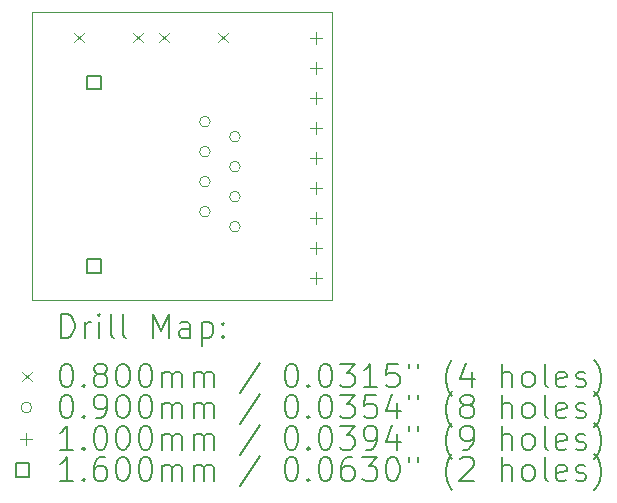
<source format=gbr>
%TF.GenerationSoftware,KiCad,Pcbnew,7.0.1*%
%TF.CreationDate,2023-07-05T13:49:58-05:00*%
%TF.ProjectId,pn5180 cat5 connector with linear regulator,706e3531-3830-4206-9361-743520636f6e,rev?*%
%TF.SameCoordinates,Original*%
%TF.FileFunction,Drillmap*%
%TF.FilePolarity,Positive*%
%FSLAX45Y45*%
G04 Gerber Fmt 4.5, Leading zero omitted, Abs format (unit mm)*
G04 Created by KiCad (PCBNEW 7.0.1) date 2023-07-05 13:49:58*
%MOMM*%
%LPD*%
G01*
G04 APERTURE LIST*
%ADD10C,0.100000*%
%ADD11C,0.200000*%
%ADD12C,0.080000*%
%ADD13C,0.090000*%
%ADD14C,0.160000*%
G04 APERTURE END LIST*
D10*
X13131800Y-7670800D02*
X15671800Y-7670800D01*
X15671800Y-10109200D01*
X13131800Y-10109200D01*
X13131800Y-7670800D01*
D11*
D12*
X13485500Y-7846700D02*
X13565500Y-7926700D01*
X13565500Y-7846700D02*
X13485500Y-7926700D01*
X13985500Y-7846700D02*
X14065500Y-7926700D01*
X14065500Y-7846700D02*
X13985500Y-7926700D01*
X14205400Y-7846700D02*
X14285400Y-7926700D01*
X14285400Y-7846700D02*
X14205400Y-7926700D01*
X14705400Y-7846700D02*
X14785400Y-7926700D01*
X14785400Y-7846700D02*
X14705400Y-7926700D01*
D13*
X14637300Y-8597900D02*
G75*
G03*
X14637300Y-8597900I-45000J0D01*
G01*
X14637300Y-8851900D02*
G75*
G03*
X14637300Y-8851900I-45000J0D01*
G01*
X14637300Y-9105900D02*
G75*
G03*
X14637300Y-9105900I-45000J0D01*
G01*
X14637300Y-9359900D02*
G75*
G03*
X14637300Y-9359900I-45000J0D01*
G01*
X14891300Y-8724900D02*
G75*
G03*
X14891300Y-8724900I-45000J0D01*
G01*
X14891300Y-8978900D02*
G75*
G03*
X14891300Y-8978900I-45000J0D01*
G01*
X14891300Y-9232900D02*
G75*
G03*
X14891300Y-9232900I-45000J0D01*
G01*
X14891300Y-9486900D02*
G75*
G03*
X14891300Y-9486900I-45000J0D01*
G01*
D10*
X15534600Y-7837700D02*
X15534600Y-7937700D01*
X15484600Y-7887700D02*
X15584600Y-7887700D01*
X15534600Y-8091700D02*
X15534600Y-8191700D01*
X15484600Y-8141700D02*
X15584600Y-8141700D01*
X15534600Y-8345700D02*
X15534600Y-8445700D01*
X15484600Y-8395700D02*
X15584600Y-8395700D01*
X15534600Y-8599700D02*
X15534600Y-8699700D01*
X15484600Y-8649700D02*
X15584600Y-8649700D01*
X15534600Y-8853700D02*
X15534600Y-8953700D01*
X15484600Y-8903700D02*
X15584600Y-8903700D01*
X15534600Y-9107700D02*
X15534600Y-9207700D01*
X15484600Y-9157700D02*
X15584600Y-9157700D01*
X15534600Y-9361700D02*
X15534600Y-9461700D01*
X15484600Y-9411700D02*
X15584600Y-9411700D01*
X15534600Y-9615700D02*
X15534600Y-9715700D01*
X15484600Y-9665700D02*
X15584600Y-9665700D01*
X15534600Y-9869700D02*
X15534600Y-9969700D01*
X15484600Y-9919700D02*
X15584600Y-9919700D01*
D14*
X13708869Y-8321969D02*
X13708869Y-8208831D01*
X13595731Y-8208831D01*
X13595731Y-8321969D01*
X13708869Y-8321969D01*
X13708869Y-9875969D02*
X13708869Y-9762831D01*
X13595731Y-9762831D01*
X13595731Y-9875969D01*
X13708869Y-9875969D01*
D11*
X13374419Y-10426724D02*
X13374419Y-10226724D01*
X13374419Y-10226724D02*
X13422038Y-10226724D01*
X13422038Y-10226724D02*
X13450609Y-10236248D01*
X13450609Y-10236248D02*
X13469657Y-10255295D01*
X13469657Y-10255295D02*
X13479181Y-10274343D01*
X13479181Y-10274343D02*
X13488705Y-10312438D01*
X13488705Y-10312438D02*
X13488705Y-10341010D01*
X13488705Y-10341010D02*
X13479181Y-10379105D01*
X13479181Y-10379105D02*
X13469657Y-10398152D01*
X13469657Y-10398152D02*
X13450609Y-10417200D01*
X13450609Y-10417200D02*
X13422038Y-10426724D01*
X13422038Y-10426724D02*
X13374419Y-10426724D01*
X13574419Y-10426724D02*
X13574419Y-10293390D01*
X13574419Y-10331486D02*
X13583943Y-10312438D01*
X13583943Y-10312438D02*
X13593467Y-10302914D01*
X13593467Y-10302914D02*
X13612514Y-10293390D01*
X13612514Y-10293390D02*
X13631562Y-10293390D01*
X13698228Y-10426724D02*
X13698228Y-10293390D01*
X13698228Y-10226724D02*
X13688705Y-10236248D01*
X13688705Y-10236248D02*
X13698228Y-10245771D01*
X13698228Y-10245771D02*
X13707752Y-10236248D01*
X13707752Y-10236248D02*
X13698228Y-10226724D01*
X13698228Y-10226724D02*
X13698228Y-10245771D01*
X13822038Y-10426724D02*
X13802990Y-10417200D01*
X13802990Y-10417200D02*
X13793467Y-10398152D01*
X13793467Y-10398152D02*
X13793467Y-10226724D01*
X13926800Y-10426724D02*
X13907752Y-10417200D01*
X13907752Y-10417200D02*
X13898228Y-10398152D01*
X13898228Y-10398152D02*
X13898228Y-10226724D01*
X14155371Y-10426724D02*
X14155371Y-10226724D01*
X14155371Y-10226724D02*
X14222038Y-10369581D01*
X14222038Y-10369581D02*
X14288705Y-10226724D01*
X14288705Y-10226724D02*
X14288705Y-10426724D01*
X14469657Y-10426724D02*
X14469657Y-10321962D01*
X14469657Y-10321962D02*
X14460133Y-10302914D01*
X14460133Y-10302914D02*
X14441086Y-10293390D01*
X14441086Y-10293390D02*
X14402990Y-10293390D01*
X14402990Y-10293390D02*
X14383943Y-10302914D01*
X14469657Y-10417200D02*
X14450609Y-10426724D01*
X14450609Y-10426724D02*
X14402990Y-10426724D01*
X14402990Y-10426724D02*
X14383943Y-10417200D01*
X14383943Y-10417200D02*
X14374419Y-10398152D01*
X14374419Y-10398152D02*
X14374419Y-10379105D01*
X14374419Y-10379105D02*
X14383943Y-10360057D01*
X14383943Y-10360057D02*
X14402990Y-10350533D01*
X14402990Y-10350533D02*
X14450609Y-10350533D01*
X14450609Y-10350533D02*
X14469657Y-10341010D01*
X14564895Y-10293390D02*
X14564895Y-10493390D01*
X14564895Y-10302914D02*
X14583943Y-10293390D01*
X14583943Y-10293390D02*
X14622038Y-10293390D01*
X14622038Y-10293390D02*
X14641086Y-10302914D01*
X14641086Y-10302914D02*
X14650609Y-10312438D01*
X14650609Y-10312438D02*
X14660133Y-10331486D01*
X14660133Y-10331486D02*
X14660133Y-10388629D01*
X14660133Y-10388629D02*
X14650609Y-10407676D01*
X14650609Y-10407676D02*
X14641086Y-10417200D01*
X14641086Y-10417200D02*
X14622038Y-10426724D01*
X14622038Y-10426724D02*
X14583943Y-10426724D01*
X14583943Y-10426724D02*
X14564895Y-10417200D01*
X14745848Y-10407676D02*
X14755371Y-10417200D01*
X14755371Y-10417200D02*
X14745848Y-10426724D01*
X14745848Y-10426724D02*
X14736324Y-10417200D01*
X14736324Y-10417200D02*
X14745848Y-10407676D01*
X14745848Y-10407676D02*
X14745848Y-10426724D01*
X14745848Y-10302914D02*
X14755371Y-10312438D01*
X14755371Y-10312438D02*
X14745848Y-10321962D01*
X14745848Y-10321962D02*
X14736324Y-10312438D01*
X14736324Y-10312438D02*
X14745848Y-10302914D01*
X14745848Y-10302914D02*
X14745848Y-10321962D01*
D12*
X13046800Y-10714200D02*
X13126800Y-10794200D01*
X13126800Y-10714200D02*
X13046800Y-10794200D01*
D11*
X13412514Y-10646724D02*
X13431562Y-10646724D01*
X13431562Y-10646724D02*
X13450609Y-10656248D01*
X13450609Y-10656248D02*
X13460133Y-10665771D01*
X13460133Y-10665771D02*
X13469657Y-10684819D01*
X13469657Y-10684819D02*
X13479181Y-10722914D01*
X13479181Y-10722914D02*
X13479181Y-10770533D01*
X13479181Y-10770533D02*
X13469657Y-10808629D01*
X13469657Y-10808629D02*
X13460133Y-10827676D01*
X13460133Y-10827676D02*
X13450609Y-10837200D01*
X13450609Y-10837200D02*
X13431562Y-10846724D01*
X13431562Y-10846724D02*
X13412514Y-10846724D01*
X13412514Y-10846724D02*
X13393467Y-10837200D01*
X13393467Y-10837200D02*
X13383943Y-10827676D01*
X13383943Y-10827676D02*
X13374419Y-10808629D01*
X13374419Y-10808629D02*
X13364895Y-10770533D01*
X13364895Y-10770533D02*
X13364895Y-10722914D01*
X13364895Y-10722914D02*
X13374419Y-10684819D01*
X13374419Y-10684819D02*
X13383943Y-10665771D01*
X13383943Y-10665771D02*
X13393467Y-10656248D01*
X13393467Y-10656248D02*
X13412514Y-10646724D01*
X13564895Y-10827676D02*
X13574419Y-10837200D01*
X13574419Y-10837200D02*
X13564895Y-10846724D01*
X13564895Y-10846724D02*
X13555371Y-10837200D01*
X13555371Y-10837200D02*
X13564895Y-10827676D01*
X13564895Y-10827676D02*
X13564895Y-10846724D01*
X13688705Y-10732438D02*
X13669657Y-10722914D01*
X13669657Y-10722914D02*
X13660133Y-10713390D01*
X13660133Y-10713390D02*
X13650609Y-10694343D01*
X13650609Y-10694343D02*
X13650609Y-10684819D01*
X13650609Y-10684819D02*
X13660133Y-10665771D01*
X13660133Y-10665771D02*
X13669657Y-10656248D01*
X13669657Y-10656248D02*
X13688705Y-10646724D01*
X13688705Y-10646724D02*
X13726800Y-10646724D01*
X13726800Y-10646724D02*
X13745848Y-10656248D01*
X13745848Y-10656248D02*
X13755371Y-10665771D01*
X13755371Y-10665771D02*
X13764895Y-10684819D01*
X13764895Y-10684819D02*
X13764895Y-10694343D01*
X13764895Y-10694343D02*
X13755371Y-10713390D01*
X13755371Y-10713390D02*
X13745848Y-10722914D01*
X13745848Y-10722914D02*
X13726800Y-10732438D01*
X13726800Y-10732438D02*
X13688705Y-10732438D01*
X13688705Y-10732438D02*
X13669657Y-10741962D01*
X13669657Y-10741962D02*
X13660133Y-10751486D01*
X13660133Y-10751486D02*
X13650609Y-10770533D01*
X13650609Y-10770533D02*
X13650609Y-10808629D01*
X13650609Y-10808629D02*
X13660133Y-10827676D01*
X13660133Y-10827676D02*
X13669657Y-10837200D01*
X13669657Y-10837200D02*
X13688705Y-10846724D01*
X13688705Y-10846724D02*
X13726800Y-10846724D01*
X13726800Y-10846724D02*
X13745848Y-10837200D01*
X13745848Y-10837200D02*
X13755371Y-10827676D01*
X13755371Y-10827676D02*
X13764895Y-10808629D01*
X13764895Y-10808629D02*
X13764895Y-10770533D01*
X13764895Y-10770533D02*
X13755371Y-10751486D01*
X13755371Y-10751486D02*
X13745848Y-10741962D01*
X13745848Y-10741962D02*
X13726800Y-10732438D01*
X13888705Y-10646724D02*
X13907752Y-10646724D01*
X13907752Y-10646724D02*
X13926800Y-10656248D01*
X13926800Y-10656248D02*
X13936324Y-10665771D01*
X13936324Y-10665771D02*
X13945848Y-10684819D01*
X13945848Y-10684819D02*
X13955371Y-10722914D01*
X13955371Y-10722914D02*
X13955371Y-10770533D01*
X13955371Y-10770533D02*
X13945848Y-10808629D01*
X13945848Y-10808629D02*
X13936324Y-10827676D01*
X13936324Y-10827676D02*
X13926800Y-10837200D01*
X13926800Y-10837200D02*
X13907752Y-10846724D01*
X13907752Y-10846724D02*
X13888705Y-10846724D01*
X13888705Y-10846724D02*
X13869657Y-10837200D01*
X13869657Y-10837200D02*
X13860133Y-10827676D01*
X13860133Y-10827676D02*
X13850609Y-10808629D01*
X13850609Y-10808629D02*
X13841086Y-10770533D01*
X13841086Y-10770533D02*
X13841086Y-10722914D01*
X13841086Y-10722914D02*
X13850609Y-10684819D01*
X13850609Y-10684819D02*
X13860133Y-10665771D01*
X13860133Y-10665771D02*
X13869657Y-10656248D01*
X13869657Y-10656248D02*
X13888705Y-10646724D01*
X14079181Y-10646724D02*
X14098229Y-10646724D01*
X14098229Y-10646724D02*
X14117276Y-10656248D01*
X14117276Y-10656248D02*
X14126800Y-10665771D01*
X14126800Y-10665771D02*
X14136324Y-10684819D01*
X14136324Y-10684819D02*
X14145848Y-10722914D01*
X14145848Y-10722914D02*
X14145848Y-10770533D01*
X14145848Y-10770533D02*
X14136324Y-10808629D01*
X14136324Y-10808629D02*
X14126800Y-10827676D01*
X14126800Y-10827676D02*
X14117276Y-10837200D01*
X14117276Y-10837200D02*
X14098229Y-10846724D01*
X14098229Y-10846724D02*
X14079181Y-10846724D01*
X14079181Y-10846724D02*
X14060133Y-10837200D01*
X14060133Y-10837200D02*
X14050609Y-10827676D01*
X14050609Y-10827676D02*
X14041086Y-10808629D01*
X14041086Y-10808629D02*
X14031562Y-10770533D01*
X14031562Y-10770533D02*
X14031562Y-10722914D01*
X14031562Y-10722914D02*
X14041086Y-10684819D01*
X14041086Y-10684819D02*
X14050609Y-10665771D01*
X14050609Y-10665771D02*
X14060133Y-10656248D01*
X14060133Y-10656248D02*
X14079181Y-10646724D01*
X14231562Y-10846724D02*
X14231562Y-10713390D01*
X14231562Y-10732438D02*
X14241086Y-10722914D01*
X14241086Y-10722914D02*
X14260133Y-10713390D01*
X14260133Y-10713390D02*
X14288705Y-10713390D01*
X14288705Y-10713390D02*
X14307752Y-10722914D01*
X14307752Y-10722914D02*
X14317276Y-10741962D01*
X14317276Y-10741962D02*
X14317276Y-10846724D01*
X14317276Y-10741962D02*
X14326800Y-10722914D01*
X14326800Y-10722914D02*
X14345848Y-10713390D01*
X14345848Y-10713390D02*
X14374419Y-10713390D01*
X14374419Y-10713390D02*
X14393467Y-10722914D01*
X14393467Y-10722914D02*
X14402990Y-10741962D01*
X14402990Y-10741962D02*
X14402990Y-10846724D01*
X14498229Y-10846724D02*
X14498229Y-10713390D01*
X14498229Y-10732438D02*
X14507752Y-10722914D01*
X14507752Y-10722914D02*
X14526800Y-10713390D01*
X14526800Y-10713390D02*
X14555371Y-10713390D01*
X14555371Y-10713390D02*
X14574419Y-10722914D01*
X14574419Y-10722914D02*
X14583943Y-10741962D01*
X14583943Y-10741962D02*
X14583943Y-10846724D01*
X14583943Y-10741962D02*
X14593467Y-10722914D01*
X14593467Y-10722914D02*
X14612514Y-10713390D01*
X14612514Y-10713390D02*
X14641086Y-10713390D01*
X14641086Y-10713390D02*
X14660133Y-10722914D01*
X14660133Y-10722914D02*
X14669657Y-10741962D01*
X14669657Y-10741962D02*
X14669657Y-10846724D01*
X15060133Y-10637200D02*
X14888705Y-10894343D01*
X15317276Y-10646724D02*
X15336324Y-10646724D01*
X15336324Y-10646724D02*
X15355372Y-10656248D01*
X15355372Y-10656248D02*
X15364895Y-10665771D01*
X15364895Y-10665771D02*
X15374419Y-10684819D01*
X15374419Y-10684819D02*
X15383943Y-10722914D01*
X15383943Y-10722914D02*
X15383943Y-10770533D01*
X15383943Y-10770533D02*
X15374419Y-10808629D01*
X15374419Y-10808629D02*
X15364895Y-10827676D01*
X15364895Y-10827676D02*
X15355372Y-10837200D01*
X15355372Y-10837200D02*
X15336324Y-10846724D01*
X15336324Y-10846724D02*
X15317276Y-10846724D01*
X15317276Y-10846724D02*
X15298229Y-10837200D01*
X15298229Y-10837200D02*
X15288705Y-10827676D01*
X15288705Y-10827676D02*
X15279181Y-10808629D01*
X15279181Y-10808629D02*
X15269657Y-10770533D01*
X15269657Y-10770533D02*
X15269657Y-10722914D01*
X15269657Y-10722914D02*
X15279181Y-10684819D01*
X15279181Y-10684819D02*
X15288705Y-10665771D01*
X15288705Y-10665771D02*
X15298229Y-10656248D01*
X15298229Y-10656248D02*
X15317276Y-10646724D01*
X15469657Y-10827676D02*
X15479181Y-10837200D01*
X15479181Y-10837200D02*
X15469657Y-10846724D01*
X15469657Y-10846724D02*
X15460133Y-10837200D01*
X15460133Y-10837200D02*
X15469657Y-10827676D01*
X15469657Y-10827676D02*
X15469657Y-10846724D01*
X15602991Y-10646724D02*
X15622038Y-10646724D01*
X15622038Y-10646724D02*
X15641086Y-10656248D01*
X15641086Y-10656248D02*
X15650610Y-10665771D01*
X15650610Y-10665771D02*
X15660133Y-10684819D01*
X15660133Y-10684819D02*
X15669657Y-10722914D01*
X15669657Y-10722914D02*
X15669657Y-10770533D01*
X15669657Y-10770533D02*
X15660133Y-10808629D01*
X15660133Y-10808629D02*
X15650610Y-10827676D01*
X15650610Y-10827676D02*
X15641086Y-10837200D01*
X15641086Y-10837200D02*
X15622038Y-10846724D01*
X15622038Y-10846724D02*
X15602991Y-10846724D01*
X15602991Y-10846724D02*
X15583943Y-10837200D01*
X15583943Y-10837200D02*
X15574419Y-10827676D01*
X15574419Y-10827676D02*
X15564895Y-10808629D01*
X15564895Y-10808629D02*
X15555372Y-10770533D01*
X15555372Y-10770533D02*
X15555372Y-10722914D01*
X15555372Y-10722914D02*
X15564895Y-10684819D01*
X15564895Y-10684819D02*
X15574419Y-10665771D01*
X15574419Y-10665771D02*
X15583943Y-10656248D01*
X15583943Y-10656248D02*
X15602991Y-10646724D01*
X15736324Y-10646724D02*
X15860133Y-10646724D01*
X15860133Y-10646724D02*
X15793467Y-10722914D01*
X15793467Y-10722914D02*
X15822038Y-10722914D01*
X15822038Y-10722914D02*
X15841086Y-10732438D01*
X15841086Y-10732438D02*
X15850610Y-10741962D01*
X15850610Y-10741962D02*
X15860133Y-10761010D01*
X15860133Y-10761010D02*
X15860133Y-10808629D01*
X15860133Y-10808629D02*
X15850610Y-10827676D01*
X15850610Y-10827676D02*
X15841086Y-10837200D01*
X15841086Y-10837200D02*
X15822038Y-10846724D01*
X15822038Y-10846724D02*
X15764895Y-10846724D01*
X15764895Y-10846724D02*
X15745848Y-10837200D01*
X15745848Y-10837200D02*
X15736324Y-10827676D01*
X16050610Y-10846724D02*
X15936324Y-10846724D01*
X15993467Y-10846724D02*
X15993467Y-10646724D01*
X15993467Y-10646724D02*
X15974419Y-10675295D01*
X15974419Y-10675295D02*
X15955372Y-10694343D01*
X15955372Y-10694343D02*
X15936324Y-10703867D01*
X16231562Y-10646724D02*
X16136324Y-10646724D01*
X16136324Y-10646724D02*
X16126800Y-10741962D01*
X16126800Y-10741962D02*
X16136324Y-10732438D01*
X16136324Y-10732438D02*
X16155372Y-10722914D01*
X16155372Y-10722914D02*
X16202991Y-10722914D01*
X16202991Y-10722914D02*
X16222038Y-10732438D01*
X16222038Y-10732438D02*
X16231562Y-10741962D01*
X16231562Y-10741962D02*
X16241086Y-10761010D01*
X16241086Y-10761010D02*
X16241086Y-10808629D01*
X16241086Y-10808629D02*
X16231562Y-10827676D01*
X16231562Y-10827676D02*
X16222038Y-10837200D01*
X16222038Y-10837200D02*
X16202991Y-10846724D01*
X16202991Y-10846724D02*
X16155372Y-10846724D01*
X16155372Y-10846724D02*
X16136324Y-10837200D01*
X16136324Y-10837200D02*
X16126800Y-10827676D01*
X16317276Y-10646724D02*
X16317276Y-10684819D01*
X16393467Y-10646724D02*
X16393467Y-10684819D01*
X16688705Y-10922914D02*
X16679181Y-10913390D01*
X16679181Y-10913390D02*
X16660134Y-10884819D01*
X16660134Y-10884819D02*
X16650610Y-10865771D01*
X16650610Y-10865771D02*
X16641086Y-10837200D01*
X16641086Y-10837200D02*
X16631562Y-10789581D01*
X16631562Y-10789581D02*
X16631562Y-10751486D01*
X16631562Y-10751486D02*
X16641086Y-10703867D01*
X16641086Y-10703867D02*
X16650610Y-10675295D01*
X16650610Y-10675295D02*
X16660134Y-10656248D01*
X16660134Y-10656248D02*
X16679181Y-10627676D01*
X16679181Y-10627676D02*
X16688705Y-10618152D01*
X16850610Y-10713390D02*
X16850610Y-10846724D01*
X16802991Y-10637200D02*
X16755372Y-10780057D01*
X16755372Y-10780057D02*
X16879181Y-10780057D01*
X17107753Y-10846724D02*
X17107753Y-10646724D01*
X17193467Y-10846724D02*
X17193467Y-10741962D01*
X17193467Y-10741962D02*
X17183943Y-10722914D01*
X17183943Y-10722914D02*
X17164896Y-10713390D01*
X17164896Y-10713390D02*
X17136324Y-10713390D01*
X17136324Y-10713390D02*
X17117277Y-10722914D01*
X17117277Y-10722914D02*
X17107753Y-10732438D01*
X17317277Y-10846724D02*
X17298229Y-10837200D01*
X17298229Y-10837200D02*
X17288705Y-10827676D01*
X17288705Y-10827676D02*
X17279181Y-10808629D01*
X17279181Y-10808629D02*
X17279181Y-10751486D01*
X17279181Y-10751486D02*
X17288705Y-10732438D01*
X17288705Y-10732438D02*
X17298229Y-10722914D01*
X17298229Y-10722914D02*
X17317277Y-10713390D01*
X17317277Y-10713390D02*
X17345848Y-10713390D01*
X17345848Y-10713390D02*
X17364896Y-10722914D01*
X17364896Y-10722914D02*
X17374419Y-10732438D01*
X17374419Y-10732438D02*
X17383943Y-10751486D01*
X17383943Y-10751486D02*
X17383943Y-10808629D01*
X17383943Y-10808629D02*
X17374419Y-10827676D01*
X17374419Y-10827676D02*
X17364896Y-10837200D01*
X17364896Y-10837200D02*
X17345848Y-10846724D01*
X17345848Y-10846724D02*
X17317277Y-10846724D01*
X17498229Y-10846724D02*
X17479181Y-10837200D01*
X17479181Y-10837200D02*
X17469658Y-10818152D01*
X17469658Y-10818152D02*
X17469658Y-10646724D01*
X17650610Y-10837200D02*
X17631562Y-10846724D01*
X17631562Y-10846724D02*
X17593467Y-10846724D01*
X17593467Y-10846724D02*
X17574419Y-10837200D01*
X17574419Y-10837200D02*
X17564896Y-10818152D01*
X17564896Y-10818152D02*
X17564896Y-10741962D01*
X17564896Y-10741962D02*
X17574419Y-10722914D01*
X17574419Y-10722914D02*
X17593467Y-10713390D01*
X17593467Y-10713390D02*
X17631562Y-10713390D01*
X17631562Y-10713390D02*
X17650610Y-10722914D01*
X17650610Y-10722914D02*
X17660134Y-10741962D01*
X17660134Y-10741962D02*
X17660134Y-10761010D01*
X17660134Y-10761010D02*
X17564896Y-10780057D01*
X17736324Y-10837200D02*
X17755372Y-10846724D01*
X17755372Y-10846724D02*
X17793467Y-10846724D01*
X17793467Y-10846724D02*
X17812515Y-10837200D01*
X17812515Y-10837200D02*
X17822039Y-10818152D01*
X17822039Y-10818152D02*
X17822039Y-10808629D01*
X17822039Y-10808629D02*
X17812515Y-10789581D01*
X17812515Y-10789581D02*
X17793467Y-10780057D01*
X17793467Y-10780057D02*
X17764896Y-10780057D01*
X17764896Y-10780057D02*
X17745848Y-10770533D01*
X17745848Y-10770533D02*
X17736324Y-10751486D01*
X17736324Y-10751486D02*
X17736324Y-10741962D01*
X17736324Y-10741962D02*
X17745848Y-10722914D01*
X17745848Y-10722914D02*
X17764896Y-10713390D01*
X17764896Y-10713390D02*
X17793467Y-10713390D01*
X17793467Y-10713390D02*
X17812515Y-10722914D01*
X17888705Y-10922914D02*
X17898229Y-10913390D01*
X17898229Y-10913390D02*
X17917277Y-10884819D01*
X17917277Y-10884819D02*
X17926800Y-10865771D01*
X17926800Y-10865771D02*
X17936324Y-10837200D01*
X17936324Y-10837200D02*
X17945848Y-10789581D01*
X17945848Y-10789581D02*
X17945848Y-10751486D01*
X17945848Y-10751486D02*
X17936324Y-10703867D01*
X17936324Y-10703867D02*
X17926800Y-10675295D01*
X17926800Y-10675295D02*
X17917277Y-10656248D01*
X17917277Y-10656248D02*
X17898229Y-10627676D01*
X17898229Y-10627676D02*
X17888705Y-10618152D01*
D13*
X13126800Y-11018200D02*
G75*
G03*
X13126800Y-11018200I-45000J0D01*
G01*
D11*
X13412514Y-10910724D02*
X13431562Y-10910724D01*
X13431562Y-10910724D02*
X13450609Y-10920248D01*
X13450609Y-10920248D02*
X13460133Y-10929771D01*
X13460133Y-10929771D02*
X13469657Y-10948819D01*
X13469657Y-10948819D02*
X13479181Y-10986914D01*
X13479181Y-10986914D02*
X13479181Y-11034533D01*
X13479181Y-11034533D02*
X13469657Y-11072629D01*
X13469657Y-11072629D02*
X13460133Y-11091676D01*
X13460133Y-11091676D02*
X13450609Y-11101200D01*
X13450609Y-11101200D02*
X13431562Y-11110724D01*
X13431562Y-11110724D02*
X13412514Y-11110724D01*
X13412514Y-11110724D02*
X13393467Y-11101200D01*
X13393467Y-11101200D02*
X13383943Y-11091676D01*
X13383943Y-11091676D02*
X13374419Y-11072629D01*
X13374419Y-11072629D02*
X13364895Y-11034533D01*
X13364895Y-11034533D02*
X13364895Y-10986914D01*
X13364895Y-10986914D02*
X13374419Y-10948819D01*
X13374419Y-10948819D02*
X13383943Y-10929771D01*
X13383943Y-10929771D02*
X13393467Y-10920248D01*
X13393467Y-10920248D02*
X13412514Y-10910724D01*
X13564895Y-11091676D02*
X13574419Y-11101200D01*
X13574419Y-11101200D02*
X13564895Y-11110724D01*
X13564895Y-11110724D02*
X13555371Y-11101200D01*
X13555371Y-11101200D02*
X13564895Y-11091676D01*
X13564895Y-11091676D02*
X13564895Y-11110724D01*
X13669657Y-11110724D02*
X13707752Y-11110724D01*
X13707752Y-11110724D02*
X13726800Y-11101200D01*
X13726800Y-11101200D02*
X13736324Y-11091676D01*
X13736324Y-11091676D02*
X13755371Y-11063105D01*
X13755371Y-11063105D02*
X13764895Y-11025010D01*
X13764895Y-11025010D02*
X13764895Y-10948819D01*
X13764895Y-10948819D02*
X13755371Y-10929771D01*
X13755371Y-10929771D02*
X13745848Y-10920248D01*
X13745848Y-10920248D02*
X13726800Y-10910724D01*
X13726800Y-10910724D02*
X13688705Y-10910724D01*
X13688705Y-10910724D02*
X13669657Y-10920248D01*
X13669657Y-10920248D02*
X13660133Y-10929771D01*
X13660133Y-10929771D02*
X13650609Y-10948819D01*
X13650609Y-10948819D02*
X13650609Y-10996438D01*
X13650609Y-10996438D02*
X13660133Y-11015486D01*
X13660133Y-11015486D02*
X13669657Y-11025010D01*
X13669657Y-11025010D02*
X13688705Y-11034533D01*
X13688705Y-11034533D02*
X13726800Y-11034533D01*
X13726800Y-11034533D02*
X13745848Y-11025010D01*
X13745848Y-11025010D02*
X13755371Y-11015486D01*
X13755371Y-11015486D02*
X13764895Y-10996438D01*
X13888705Y-10910724D02*
X13907752Y-10910724D01*
X13907752Y-10910724D02*
X13926800Y-10920248D01*
X13926800Y-10920248D02*
X13936324Y-10929771D01*
X13936324Y-10929771D02*
X13945848Y-10948819D01*
X13945848Y-10948819D02*
X13955371Y-10986914D01*
X13955371Y-10986914D02*
X13955371Y-11034533D01*
X13955371Y-11034533D02*
X13945848Y-11072629D01*
X13945848Y-11072629D02*
X13936324Y-11091676D01*
X13936324Y-11091676D02*
X13926800Y-11101200D01*
X13926800Y-11101200D02*
X13907752Y-11110724D01*
X13907752Y-11110724D02*
X13888705Y-11110724D01*
X13888705Y-11110724D02*
X13869657Y-11101200D01*
X13869657Y-11101200D02*
X13860133Y-11091676D01*
X13860133Y-11091676D02*
X13850609Y-11072629D01*
X13850609Y-11072629D02*
X13841086Y-11034533D01*
X13841086Y-11034533D02*
X13841086Y-10986914D01*
X13841086Y-10986914D02*
X13850609Y-10948819D01*
X13850609Y-10948819D02*
X13860133Y-10929771D01*
X13860133Y-10929771D02*
X13869657Y-10920248D01*
X13869657Y-10920248D02*
X13888705Y-10910724D01*
X14079181Y-10910724D02*
X14098229Y-10910724D01*
X14098229Y-10910724D02*
X14117276Y-10920248D01*
X14117276Y-10920248D02*
X14126800Y-10929771D01*
X14126800Y-10929771D02*
X14136324Y-10948819D01*
X14136324Y-10948819D02*
X14145848Y-10986914D01*
X14145848Y-10986914D02*
X14145848Y-11034533D01*
X14145848Y-11034533D02*
X14136324Y-11072629D01*
X14136324Y-11072629D02*
X14126800Y-11091676D01*
X14126800Y-11091676D02*
X14117276Y-11101200D01*
X14117276Y-11101200D02*
X14098229Y-11110724D01*
X14098229Y-11110724D02*
X14079181Y-11110724D01*
X14079181Y-11110724D02*
X14060133Y-11101200D01*
X14060133Y-11101200D02*
X14050609Y-11091676D01*
X14050609Y-11091676D02*
X14041086Y-11072629D01*
X14041086Y-11072629D02*
X14031562Y-11034533D01*
X14031562Y-11034533D02*
X14031562Y-10986914D01*
X14031562Y-10986914D02*
X14041086Y-10948819D01*
X14041086Y-10948819D02*
X14050609Y-10929771D01*
X14050609Y-10929771D02*
X14060133Y-10920248D01*
X14060133Y-10920248D02*
X14079181Y-10910724D01*
X14231562Y-11110724D02*
X14231562Y-10977390D01*
X14231562Y-10996438D02*
X14241086Y-10986914D01*
X14241086Y-10986914D02*
X14260133Y-10977390D01*
X14260133Y-10977390D02*
X14288705Y-10977390D01*
X14288705Y-10977390D02*
X14307752Y-10986914D01*
X14307752Y-10986914D02*
X14317276Y-11005962D01*
X14317276Y-11005962D02*
X14317276Y-11110724D01*
X14317276Y-11005962D02*
X14326800Y-10986914D01*
X14326800Y-10986914D02*
X14345848Y-10977390D01*
X14345848Y-10977390D02*
X14374419Y-10977390D01*
X14374419Y-10977390D02*
X14393467Y-10986914D01*
X14393467Y-10986914D02*
X14402990Y-11005962D01*
X14402990Y-11005962D02*
X14402990Y-11110724D01*
X14498229Y-11110724D02*
X14498229Y-10977390D01*
X14498229Y-10996438D02*
X14507752Y-10986914D01*
X14507752Y-10986914D02*
X14526800Y-10977390D01*
X14526800Y-10977390D02*
X14555371Y-10977390D01*
X14555371Y-10977390D02*
X14574419Y-10986914D01*
X14574419Y-10986914D02*
X14583943Y-11005962D01*
X14583943Y-11005962D02*
X14583943Y-11110724D01*
X14583943Y-11005962D02*
X14593467Y-10986914D01*
X14593467Y-10986914D02*
X14612514Y-10977390D01*
X14612514Y-10977390D02*
X14641086Y-10977390D01*
X14641086Y-10977390D02*
X14660133Y-10986914D01*
X14660133Y-10986914D02*
X14669657Y-11005962D01*
X14669657Y-11005962D02*
X14669657Y-11110724D01*
X15060133Y-10901200D02*
X14888705Y-11158343D01*
X15317276Y-10910724D02*
X15336324Y-10910724D01*
X15336324Y-10910724D02*
X15355372Y-10920248D01*
X15355372Y-10920248D02*
X15364895Y-10929771D01*
X15364895Y-10929771D02*
X15374419Y-10948819D01*
X15374419Y-10948819D02*
X15383943Y-10986914D01*
X15383943Y-10986914D02*
X15383943Y-11034533D01*
X15383943Y-11034533D02*
X15374419Y-11072629D01*
X15374419Y-11072629D02*
X15364895Y-11091676D01*
X15364895Y-11091676D02*
X15355372Y-11101200D01*
X15355372Y-11101200D02*
X15336324Y-11110724D01*
X15336324Y-11110724D02*
X15317276Y-11110724D01*
X15317276Y-11110724D02*
X15298229Y-11101200D01*
X15298229Y-11101200D02*
X15288705Y-11091676D01*
X15288705Y-11091676D02*
X15279181Y-11072629D01*
X15279181Y-11072629D02*
X15269657Y-11034533D01*
X15269657Y-11034533D02*
X15269657Y-10986914D01*
X15269657Y-10986914D02*
X15279181Y-10948819D01*
X15279181Y-10948819D02*
X15288705Y-10929771D01*
X15288705Y-10929771D02*
X15298229Y-10920248D01*
X15298229Y-10920248D02*
X15317276Y-10910724D01*
X15469657Y-11091676D02*
X15479181Y-11101200D01*
X15479181Y-11101200D02*
X15469657Y-11110724D01*
X15469657Y-11110724D02*
X15460133Y-11101200D01*
X15460133Y-11101200D02*
X15469657Y-11091676D01*
X15469657Y-11091676D02*
X15469657Y-11110724D01*
X15602991Y-10910724D02*
X15622038Y-10910724D01*
X15622038Y-10910724D02*
X15641086Y-10920248D01*
X15641086Y-10920248D02*
X15650610Y-10929771D01*
X15650610Y-10929771D02*
X15660133Y-10948819D01*
X15660133Y-10948819D02*
X15669657Y-10986914D01*
X15669657Y-10986914D02*
X15669657Y-11034533D01*
X15669657Y-11034533D02*
X15660133Y-11072629D01*
X15660133Y-11072629D02*
X15650610Y-11091676D01*
X15650610Y-11091676D02*
X15641086Y-11101200D01*
X15641086Y-11101200D02*
X15622038Y-11110724D01*
X15622038Y-11110724D02*
X15602991Y-11110724D01*
X15602991Y-11110724D02*
X15583943Y-11101200D01*
X15583943Y-11101200D02*
X15574419Y-11091676D01*
X15574419Y-11091676D02*
X15564895Y-11072629D01*
X15564895Y-11072629D02*
X15555372Y-11034533D01*
X15555372Y-11034533D02*
X15555372Y-10986914D01*
X15555372Y-10986914D02*
X15564895Y-10948819D01*
X15564895Y-10948819D02*
X15574419Y-10929771D01*
X15574419Y-10929771D02*
X15583943Y-10920248D01*
X15583943Y-10920248D02*
X15602991Y-10910724D01*
X15736324Y-10910724D02*
X15860133Y-10910724D01*
X15860133Y-10910724D02*
X15793467Y-10986914D01*
X15793467Y-10986914D02*
X15822038Y-10986914D01*
X15822038Y-10986914D02*
X15841086Y-10996438D01*
X15841086Y-10996438D02*
X15850610Y-11005962D01*
X15850610Y-11005962D02*
X15860133Y-11025010D01*
X15860133Y-11025010D02*
X15860133Y-11072629D01*
X15860133Y-11072629D02*
X15850610Y-11091676D01*
X15850610Y-11091676D02*
X15841086Y-11101200D01*
X15841086Y-11101200D02*
X15822038Y-11110724D01*
X15822038Y-11110724D02*
X15764895Y-11110724D01*
X15764895Y-11110724D02*
X15745848Y-11101200D01*
X15745848Y-11101200D02*
X15736324Y-11091676D01*
X16041086Y-10910724D02*
X15945848Y-10910724D01*
X15945848Y-10910724D02*
X15936324Y-11005962D01*
X15936324Y-11005962D02*
X15945848Y-10996438D01*
X15945848Y-10996438D02*
X15964895Y-10986914D01*
X15964895Y-10986914D02*
X16012514Y-10986914D01*
X16012514Y-10986914D02*
X16031562Y-10996438D01*
X16031562Y-10996438D02*
X16041086Y-11005962D01*
X16041086Y-11005962D02*
X16050610Y-11025010D01*
X16050610Y-11025010D02*
X16050610Y-11072629D01*
X16050610Y-11072629D02*
X16041086Y-11091676D01*
X16041086Y-11091676D02*
X16031562Y-11101200D01*
X16031562Y-11101200D02*
X16012514Y-11110724D01*
X16012514Y-11110724D02*
X15964895Y-11110724D01*
X15964895Y-11110724D02*
X15945848Y-11101200D01*
X15945848Y-11101200D02*
X15936324Y-11091676D01*
X16222038Y-10977390D02*
X16222038Y-11110724D01*
X16174419Y-10901200D02*
X16126800Y-11044057D01*
X16126800Y-11044057D02*
X16250610Y-11044057D01*
X16317276Y-10910724D02*
X16317276Y-10948819D01*
X16393467Y-10910724D02*
X16393467Y-10948819D01*
X16688705Y-11186914D02*
X16679181Y-11177390D01*
X16679181Y-11177390D02*
X16660134Y-11148819D01*
X16660134Y-11148819D02*
X16650610Y-11129771D01*
X16650610Y-11129771D02*
X16641086Y-11101200D01*
X16641086Y-11101200D02*
X16631562Y-11053581D01*
X16631562Y-11053581D02*
X16631562Y-11015486D01*
X16631562Y-11015486D02*
X16641086Y-10967867D01*
X16641086Y-10967867D02*
X16650610Y-10939295D01*
X16650610Y-10939295D02*
X16660134Y-10920248D01*
X16660134Y-10920248D02*
X16679181Y-10891676D01*
X16679181Y-10891676D02*
X16688705Y-10882152D01*
X16793467Y-10996438D02*
X16774419Y-10986914D01*
X16774419Y-10986914D02*
X16764895Y-10977390D01*
X16764895Y-10977390D02*
X16755372Y-10958343D01*
X16755372Y-10958343D02*
X16755372Y-10948819D01*
X16755372Y-10948819D02*
X16764895Y-10929771D01*
X16764895Y-10929771D02*
X16774419Y-10920248D01*
X16774419Y-10920248D02*
X16793467Y-10910724D01*
X16793467Y-10910724D02*
X16831562Y-10910724D01*
X16831562Y-10910724D02*
X16850610Y-10920248D01*
X16850610Y-10920248D02*
X16860134Y-10929771D01*
X16860134Y-10929771D02*
X16869657Y-10948819D01*
X16869657Y-10948819D02*
X16869657Y-10958343D01*
X16869657Y-10958343D02*
X16860134Y-10977390D01*
X16860134Y-10977390D02*
X16850610Y-10986914D01*
X16850610Y-10986914D02*
X16831562Y-10996438D01*
X16831562Y-10996438D02*
X16793467Y-10996438D01*
X16793467Y-10996438D02*
X16774419Y-11005962D01*
X16774419Y-11005962D02*
X16764895Y-11015486D01*
X16764895Y-11015486D02*
X16755372Y-11034533D01*
X16755372Y-11034533D02*
X16755372Y-11072629D01*
X16755372Y-11072629D02*
X16764895Y-11091676D01*
X16764895Y-11091676D02*
X16774419Y-11101200D01*
X16774419Y-11101200D02*
X16793467Y-11110724D01*
X16793467Y-11110724D02*
X16831562Y-11110724D01*
X16831562Y-11110724D02*
X16850610Y-11101200D01*
X16850610Y-11101200D02*
X16860134Y-11091676D01*
X16860134Y-11091676D02*
X16869657Y-11072629D01*
X16869657Y-11072629D02*
X16869657Y-11034533D01*
X16869657Y-11034533D02*
X16860134Y-11015486D01*
X16860134Y-11015486D02*
X16850610Y-11005962D01*
X16850610Y-11005962D02*
X16831562Y-10996438D01*
X17107753Y-11110724D02*
X17107753Y-10910724D01*
X17193467Y-11110724D02*
X17193467Y-11005962D01*
X17193467Y-11005962D02*
X17183943Y-10986914D01*
X17183943Y-10986914D02*
X17164896Y-10977390D01*
X17164896Y-10977390D02*
X17136324Y-10977390D01*
X17136324Y-10977390D02*
X17117277Y-10986914D01*
X17117277Y-10986914D02*
X17107753Y-10996438D01*
X17317277Y-11110724D02*
X17298229Y-11101200D01*
X17298229Y-11101200D02*
X17288705Y-11091676D01*
X17288705Y-11091676D02*
X17279181Y-11072629D01*
X17279181Y-11072629D02*
X17279181Y-11015486D01*
X17279181Y-11015486D02*
X17288705Y-10996438D01*
X17288705Y-10996438D02*
X17298229Y-10986914D01*
X17298229Y-10986914D02*
X17317277Y-10977390D01*
X17317277Y-10977390D02*
X17345848Y-10977390D01*
X17345848Y-10977390D02*
X17364896Y-10986914D01*
X17364896Y-10986914D02*
X17374419Y-10996438D01*
X17374419Y-10996438D02*
X17383943Y-11015486D01*
X17383943Y-11015486D02*
X17383943Y-11072629D01*
X17383943Y-11072629D02*
X17374419Y-11091676D01*
X17374419Y-11091676D02*
X17364896Y-11101200D01*
X17364896Y-11101200D02*
X17345848Y-11110724D01*
X17345848Y-11110724D02*
X17317277Y-11110724D01*
X17498229Y-11110724D02*
X17479181Y-11101200D01*
X17479181Y-11101200D02*
X17469658Y-11082152D01*
X17469658Y-11082152D02*
X17469658Y-10910724D01*
X17650610Y-11101200D02*
X17631562Y-11110724D01*
X17631562Y-11110724D02*
X17593467Y-11110724D01*
X17593467Y-11110724D02*
X17574419Y-11101200D01*
X17574419Y-11101200D02*
X17564896Y-11082152D01*
X17564896Y-11082152D02*
X17564896Y-11005962D01*
X17564896Y-11005962D02*
X17574419Y-10986914D01*
X17574419Y-10986914D02*
X17593467Y-10977390D01*
X17593467Y-10977390D02*
X17631562Y-10977390D01*
X17631562Y-10977390D02*
X17650610Y-10986914D01*
X17650610Y-10986914D02*
X17660134Y-11005962D01*
X17660134Y-11005962D02*
X17660134Y-11025010D01*
X17660134Y-11025010D02*
X17564896Y-11044057D01*
X17736324Y-11101200D02*
X17755372Y-11110724D01*
X17755372Y-11110724D02*
X17793467Y-11110724D01*
X17793467Y-11110724D02*
X17812515Y-11101200D01*
X17812515Y-11101200D02*
X17822039Y-11082152D01*
X17822039Y-11082152D02*
X17822039Y-11072629D01*
X17822039Y-11072629D02*
X17812515Y-11053581D01*
X17812515Y-11053581D02*
X17793467Y-11044057D01*
X17793467Y-11044057D02*
X17764896Y-11044057D01*
X17764896Y-11044057D02*
X17745848Y-11034533D01*
X17745848Y-11034533D02*
X17736324Y-11015486D01*
X17736324Y-11015486D02*
X17736324Y-11005962D01*
X17736324Y-11005962D02*
X17745848Y-10986914D01*
X17745848Y-10986914D02*
X17764896Y-10977390D01*
X17764896Y-10977390D02*
X17793467Y-10977390D01*
X17793467Y-10977390D02*
X17812515Y-10986914D01*
X17888705Y-11186914D02*
X17898229Y-11177390D01*
X17898229Y-11177390D02*
X17917277Y-11148819D01*
X17917277Y-11148819D02*
X17926800Y-11129771D01*
X17926800Y-11129771D02*
X17936324Y-11101200D01*
X17936324Y-11101200D02*
X17945848Y-11053581D01*
X17945848Y-11053581D02*
X17945848Y-11015486D01*
X17945848Y-11015486D02*
X17936324Y-10967867D01*
X17936324Y-10967867D02*
X17926800Y-10939295D01*
X17926800Y-10939295D02*
X17917277Y-10920248D01*
X17917277Y-10920248D02*
X17898229Y-10891676D01*
X17898229Y-10891676D02*
X17888705Y-10882152D01*
D10*
X13076800Y-11232200D02*
X13076800Y-11332200D01*
X13026800Y-11282200D02*
X13126800Y-11282200D01*
D11*
X13479181Y-11374724D02*
X13364895Y-11374724D01*
X13422038Y-11374724D02*
X13422038Y-11174724D01*
X13422038Y-11174724D02*
X13402990Y-11203295D01*
X13402990Y-11203295D02*
X13383943Y-11222343D01*
X13383943Y-11222343D02*
X13364895Y-11231867D01*
X13564895Y-11355676D02*
X13574419Y-11365200D01*
X13574419Y-11365200D02*
X13564895Y-11374724D01*
X13564895Y-11374724D02*
X13555371Y-11365200D01*
X13555371Y-11365200D02*
X13564895Y-11355676D01*
X13564895Y-11355676D02*
X13564895Y-11374724D01*
X13698228Y-11174724D02*
X13717276Y-11174724D01*
X13717276Y-11174724D02*
X13736324Y-11184248D01*
X13736324Y-11184248D02*
X13745848Y-11193771D01*
X13745848Y-11193771D02*
X13755371Y-11212819D01*
X13755371Y-11212819D02*
X13764895Y-11250914D01*
X13764895Y-11250914D02*
X13764895Y-11298533D01*
X13764895Y-11298533D02*
X13755371Y-11336628D01*
X13755371Y-11336628D02*
X13745848Y-11355676D01*
X13745848Y-11355676D02*
X13736324Y-11365200D01*
X13736324Y-11365200D02*
X13717276Y-11374724D01*
X13717276Y-11374724D02*
X13698228Y-11374724D01*
X13698228Y-11374724D02*
X13679181Y-11365200D01*
X13679181Y-11365200D02*
X13669657Y-11355676D01*
X13669657Y-11355676D02*
X13660133Y-11336628D01*
X13660133Y-11336628D02*
X13650609Y-11298533D01*
X13650609Y-11298533D02*
X13650609Y-11250914D01*
X13650609Y-11250914D02*
X13660133Y-11212819D01*
X13660133Y-11212819D02*
X13669657Y-11193771D01*
X13669657Y-11193771D02*
X13679181Y-11184248D01*
X13679181Y-11184248D02*
X13698228Y-11174724D01*
X13888705Y-11174724D02*
X13907752Y-11174724D01*
X13907752Y-11174724D02*
X13926800Y-11184248D01*
X13926800Y-11184248D02*
X13936324Y-11193771D01*
X13936324Y-11193771D02*
X13945848Y-11212819D01*
X13945848Y-11212819D02*
X13955371Y-11250914D01*
X13955371Y-11250914D02*
X13955371Y-11298533D01*
X13955371Y-11298533D02*
X13945848Y-11336628D01*
X13945848Y-11336628D02*
X13936324Y-11355676D01*
X13936324Y-11355676D02*
X13926800Y-11365200D01*
X13926800Y-11365200D02*
X13907752Y-11374724D01*
X13907752Y-11374724D02*
X13888705Y-11374724D01*
X13888705Y-11374724D02*
X13869657Y-11365200D01*
X13869657Y-11365200D02*
X13860133Y-11355676D01*
X13860133Y-11355676D02*
X13850609Y-11336628D01*
X13850609Y-11336628D02*
X13841086Y-11298533D01*
X13841086Y-11298533D02*
X13841086Y-11250914D01*
X13841086Y-11250914D02*
X13850609Y-11212819D01*
X13850609Y-11212819D02*
X13860133Y-11193771D01*
X13860133Y-11193771D02*
X13869657Y-11184248D01*
X13869657Y-11184248D02*
X13888705Y-11174724D01*
X14079181Y-11174724D02*
X14098229Y-11174724D01*
X14098229Y-11174724D02*
X14117276Y-11184248D01*
X14117276Y-11184248D02*
X14126800Y-11193771D01*
X14126800Y-11193771D02*
X14136324Y-11212819D01*
X14136324Y-11212819D02*
X14145848Y-11250914D01*
X14145848Y-11250914D02*
X14145848Y-11298533D01*
X14145848Y-11298533D02*
X14136324Y-11336628D01*
X14136324Y-11336628D02*
X14126800Y-11355676D01*
X14126800Y-11355676D02*
X14117276Y-11365200D01*
X14117276Y-11365200D02*
X14098229Y-11374724D01*
X14098229Y-11374724D02*
X14079181Y-11374724D01*
X14079181Y-11374724D02*
X14060133Y-11365200D01*
X14060133Y-11365200D02*
X14050609Y-11355676D01*
X14050609Y-11355676D02*
X14041086Y-11336628D01*
X14041086Y-11336628D02*
X14031562Y-11298533D01*
X14031562Y-11298533D02*
X14031562Y-11250914D01*
X14031562Y-11250914D02*
X14041086Y-11212819D01*
X14041086Y-11212819D02*
X14050609Y-11193771D01*
X14050609Y-11193771D02*
X14060133Y-11184248D01*
X14060133Y-11184248D02*
X14079181Y-11174724D01*
X14231562Y-11374724D02*
X14231562Y-11241390D01*
X14231562Y-11260438D02*
X14241086Y-11250914D01*
X14241086Y-11250914D02*
X14260133Y-11241390D01*
X14260133Y-11241390D02*
X14288705Y-11241390D01*
X14288705Y-11241390D02*
X14307752Y-11250914D01*
X14307752Y-11250914D02*
X14317276Y-11269962D01*
X14317276Y-11269962D02*
X14317276Y-11374724D01*
X14317276Y-11269962D02*
X14326800Y-11250914D01*
X14326800Y-11250914D02*
X14345848Y-11241390D01*
X14345848Y-11241390D02*
X14374419Y-11241390D01*
X14374419Y-11241390D02*
X14393467Y-11250914D01*
X14393467Y-11250914D02*
X14402990Y-11269962D01*
X14402990Y-11269962D02*
X14402990Y-11374724D01*
X14498229Y-11374724D02*
X14498229Y-11241390D01*
X14498229Y-11260438D02*
X14507752Y-11250914D01*
X14507752Y-11250914D02*
X14526800Y-11241390D01*
X14526800Y-11241390D02*
X14555371Y-11241390D01*
X14555371Y-11241390D02*
X14574419Y-11250914D01*
X14574419Y-11250914D02*
X14583943Y-11269962D01*
X14583943Y-11269962D02*
X14583943Y-11374724D01*
X14583943Y-11269962D02*
X14593467Y-11250914D01*
X14593467Y-11250914D02*
X14612514Y-11241390D01*
X14612514Y-11241390D02*
X14641086Y-11241390D01*
X14641086Y-11241390D02*
X14660133Y-11250914D01*
X14660133Y-11250914D02*
X14669657Y-11269962D01*
X14669657Y-11269962D02*
X14669657Y-11374724D01*
X15060133Y-11165200D02*
X14888705Y-11422343D01*
X15317276Y-11174724D02*
X15336324Y-11174724D01*
X15336324Y-11174724D02*
X15355372Y-11184248D01*
X15355372Y-11184248D02*
X15364895Y-11193771D01*
X15364895Y-11193771D02*
X15374419Y-11212819D01*
X15374419Y-11212819D02*
X15383943Y-11250914D01*
X15383943Y-11250914D02*
X15383943Y-11298533D01*
X15383943Y-11298533D02*
X15374419Y-11336628D01*
X15374419Y-11336628D02*
X15364895Y-11355676D01*
X15364895Y-11355676D02*
X15355372Y-11365200D01*
X15355372Y-11365200D02*
X15336324Y-11374724D01*
X15336324Y-11374724D02*
X15317276Y-11374724D01*
X15317276Y-11374724D02*
X15298229Y-11365200D01*
X15298229Y-11365200D02*
X15288705Y-11355676D01*
X15288705Y-11355676D02*
X15279181Y-11336628D01*
X15279181Y-11336628D02*
X15269657Y-11298533D01*
X15269657Y-11298533D02*
X15269657Y-11250914D01*
X15269657Y-11250914D02*
X15279181Y-11212819D01*
X15279181Y-11212819D02*
X15288705Y-11193771D01*
X15288705Y-11193771D02*
X15298229Y-11184248D01*
X15298229Y-11184248D02*
X15317276Y-11174724D01*
X15469657Y-11355676D02*
X15479181Y-11365200D01*
X15479181Y-11365200D02*
X15469657Y-11374724D01*
X15469657Y-11374724D02*
X15460133Y-11365200D01*
X15460133Y-11365200D02*
X15469657Y-11355676D01*
X15469657Y-11355676D02*
X15469657Y-11374724D01*
X15602991Y-11174724D02*
X15622038Y-11174724D01*
X15622038Y-11174724D02*
X15641086Y-11184248D01*
X15641086Y-11184248D02*
X15650610Y-11193771D01*
X15650610Y-11193771D02*
X15660133Y-11212819D01*
X15660133Y-11212819D02*
X15669657Y-11250914D01*
X15669657Y-11250914D02*
X15669657Y-11298533D01*
X15669657Y-11298533D02*
X15660133Y-11336628D01*
X15660133Y-11336628D02*
X15650610Y-11355676D01*
X15650610Y-11355676D02*
X15641086Y-11365200D01*
X15641086Y-11365200D02*
X15622038Y-11374724D01*
X15622038Y-11374724D02*
X15602991Y-11374724D01*
X15602991Y-11374724D02*
X15583943Y-11365200D01*
X15583943Y-11365200D02*
X15574419Y-11355676D01*
X15574419Y-11355676D02*
X15564895Y-11336628D01*
X15564895Y-11336628D02*
X15555372Y-11298533D01*
X15555372Y-11298533D02*
X15555372Y-11250914D01*
X15555372Y-11250914D02*
X15564895Y-11212819D01*
X15564895Y-11212819D02*
X15574419Y-11193771D01*
X15574419Y-11193771D02*
X15583943Y-11184248D01*
X15583943Y-11184248D02*
X15602991Y-11174724D01*
X15736324Y-11174724D02*
X15860133Y-11174724D01*
X15860133Y-11174724D02*
X15793467Y-11250914D01*
X15793467Y-11250914D02*
X15822038Y-11250914D01*
X15822038Y-11250914D02*
X15841086Y-11260438D01*
X15841086Y-11260438D02*
X15850610Y-11269962D01*
X15850610Y-11269962D02*
X15860133Y-11289009D01*
X15860133Y-11289009D02*
X15860133Y-11336628D01*
X15860133Y-11336628D02*
X15850610Y-11355676D01*
X15850610Y-11355676D02*
X15841086Y-11365200D01*
X15841086Y-11365200D02*
X15822038Y-11374724D01*
X15822038Y-11374724D02*
X15764895Y-11374724D01*
X15764895Y-11374724D02*
X15745848Y-11365200D01*
X15745848Y-11365200D02*
X15736324Y-11355676D01*
X15955372Y-11374724D02*
X15993467Y-11374724D01*
X15993467Y-11374724D02*
X16012514Y-11365200D01*
X16012514Y-11365200D02*
X16022038Y-11355676D01*
X16022038Y-11355676D02*
X16041086Y-11327105D01*
X16041086Y-11327105D02*
X16050610Y-11289009D01*
X16050610Y-11289009D02*
X16050610Y-11212819D01*
X16050610Y-11212819D02*
X16041086Y-11193771D01*
X16041086Y-11193771D02*
X16031562Y-11184248D01*
X16031562Y-11184248D02*
X16012514Y-11174724D01*
X16012514Y-11174724D02*
X15974419Y-11174724D01*
X15974419Y-11174724D02*
X15955372Y-11184248D01*
X15955372Y-11184248D02*
X15945848Y-11193771D01*
X15945848Y-11193771D02*
X15936324Y-11212819D01*
X15936324Y-11212819D02*
X15936324Y-11260438D01*
X15936324Y-11260438D02*
X15945848Y-11279486D01*
X15945848Y-11279486D02*
X15955372Y-11289009D01*
X15955372Y-11289009D02*
X15974419Y-11298533D01*
X15974419Y-11298533D02*
X16012514Y-11298533D01*
X16012514Y-11298533D02*
X16031562Y-11289009D01*
X16031562Y-11289009D02*
X16041086Y-11279486D01*
X16041086Y-11279486D02*
X16050610Y-11260438D01*
X16222038Y-11241390D02*
X16222038Y-11374724D01*
X16174419Y-11165200D02*
X16126800Y-11308057D01*
X16126800Y-11308057D02*
X16250610Y-11308057D01*
X16317276Y-11174724D02*
X16317276Y-11212819D01*
X16393467Y-11174724D02*
X16393467Y-11212819D01*
X16688705Y-11450914D02*
X16679181Y-11441390D01*
X16679181Y-11441390D02*
X16660134Y-11412819D01*
X16660134Y-11412819D02*
X16650610Y-11393771D01*
X16650610Y-11393771D02*
X16641086Y-11365200D01*
X16641086Y-11365200D02*
X16631562Y-11317581D01*
X16631562Y-11317581D02*
X16631562Y-11279486D01*
X16631562Y-11279486D02*
X16641086Y-11231867D01*
X16641086Y-11231867D02*
X16650610Y-11203295D01*
X16650610Y-11203295D02*
X16660134Y-11184248D01*
X16660134Y-11184248D02*
X16679181Y-11155676D01*
X16679181Y-11155676D02*
X16688705Y-11146152D01*
X16774419Y-11374724D02*
X16812515Y-11374724D01*
X16812515Y-11374724D02*
X16831562Y-11365200D01*
X16831562Y-11365200D02*
X16841086Y-11355676D01*
X16841086Y-11355676D02*
X16860134Y-11327105D01*
X16860134Y-11327105D02*
X16869657Y-11289009D01*
X16869657Y-11289009D02*
X16869657Y-11212819D01*
X16869657Y-11212819D02*
X16860134Y-11193771D01*
X16860134Y-11193771D02*
X16850610Y-11184248D01*
X16850610Y-11184248D02*
X16831562Y-11174724D01*
X16831562Y-11174724D02*
X16793467Y-11174724D01*
X16793467Y-11174724D02*
X16774419Y-11184248D01*
X16774419Y-11184248D02*
X16764895Y-11193771D01*
X16764895Y-11193771D02*
X16755372Y-11212819D01*
X16755372Y-11212819D02*
X16755372Y-11260438D01*
X16755372Y-11260438D02*
X16764895Y-11279486D01*
X16764895Y-11279486D02*
X16774419Y-11289009D01*
X16774419Y-11289009D02*
X16793467Y-11298533D01*
X16793467Y-11298533D02*
X16831562Y-11298533D01*
X16831562Y-11298533D02*
X16850610Y-11289009D01*
X16850610Y-11289009D02*
X16860134Y-11279486D01*
X16860134Y-11279486D02*
X16869657Y-11260438D01*
X17107753Y-11374724D02*
X17107753Y-11174724D01*
X17193467Y-11374724D02*
X17193467Y-11269962D01*
X17193467Y-11269962D02*
X17183943Y-11250914D01*
X17183943Y-11250914D02*
X17164896Y-11241390D01*
X17164896Y-11241390D02*
X17136324Y-11241390D01*
X17136324Y-11241390D02*
X17117277Y-11250914D01*
X17117277Y-11250914D02*
X17107753Y-11260438D01*
X17317277Y-11374724D02*
X17298229Y-11365200D01*
X17298229Y-11365200D02*
X17288705Y-11355676D01*
X17288705Y-11355676D02*
X17279181Y-11336628D01*
X17279181Y-11336628D02*
X17279181Y-11279486D01*
X17279181Y-11279486D02*
X17288705Y-11260438D01*
X17288705Y-11260438D02*
X17298229Y-11250914D01*
X17298229Y-11250914D02*
X17317277Y-11241390D01*
X17317277Y-11241390D02*
X17345848Y-11241390D01*
X17345848Y-11241390D02*
X17364896Y-11250914D01*
X17364896Y-11250914D02*
X17374419Y-11260438D01*
X17374419Y-11260438D02*
X17383943Y-11279486D01*
X17383943Y-11279486D02*
X17383943Y-11336628D01*
X17383943Y-11336628D02*
X17374419Y-11355676D01*
X17374419Y-11355676D02*
X17364896Y-11365200D01*
X17364896Y-11365200D02*
X17345848Y-11374724D01*
X17345848Y-11374724D02*
X17317277Y-11374724D01*
X17498229Y-11374724D02*
X17479181Y-11365200D01*
X17479181Y-11365200D02*
X17469658Y-11346152D01*
X17469658Y-11346152D02*
X17469658Y-11174724D01*
X17650610Y-11365200D02*
X17631562Y-11374724D01*
X17631562Y-11374724D02*
X17593467Y-11374724D01*
X17593467Y-11374724D02*
X17574419Y-11365200D01*
X17574419Y-11365200D02*
X17564896Y-11346152D01*
X17564896Y-11346152D02*
X17564896Y-11269962D01*
X17564896Y-11269962D02*
X17574419Y-11250914D01*
X17574419Y-11250914D02*
X17593467Y-11241390D01*
X17593467Y-11241390D02*
X17631562Y-11241390D01*
X17631562Y-11241390D02*
X17650610Y-11250914D01*
X17650610Y-11250914D02*
X17660134Y-11269962D01*
X17660134Y-11269962D02*
X17660134Y-11289009D01*
X17660134Y-11289009D02*
X17564896Y-11308057D01*
X17736324Y-11365200D02*
X17755372Y-11374724D01*
X17755372Y-11374724D02*
X17793467Y-11374724D01*
X17793467Y-11374724D02*
X17812515Y-11365200D01*
X17812515Y-11365200D02*
X17822039Y-11346152D01*
X17822039Y-11346152D02*
X17822039Y-11336628D01*
X17822039Y-11336628D02*
X17812515Y-11317581D01*
X17812515Y-11317581D02*
X17793467Y-11308057D01*
X17793467Y-11308057D02*
X17764896Y-11308057D01*
X17764896Y-11308057D02*
X17745848Y-11298533D01*
X17745848Y-11298533D02*
X17736324Y-11279486D01*
X17736324Y-11279486D02*
X17736324Y-11269962D01*
X17736324Y-11269962D02*
X17745848Y-11250914D01*
X17745848Y-11250914D02*
X17764896Y-11241390D01*
X17764896Y-11241390D02*
X17793467Y-11241390D01*
X17793467Y-11241390D02*
X17812515Y-11250914D01*
X17888705Y-11450914D02*
X17898229Y-11441390D01*
X17898229Y-11441390D02*
X17917277Y-11412819D01*
X17917277Y-11412819D02*
X17926800Y-11393771D01*
X17926800Y-11393771D02*
X17936324Y-11365200D01*
X17936324Y-11365200D02*
X17945848Y-11317581D01*
X17945848Y-11317581D02*
X17945848Y-11279486D01*
X17945848Y-11279486D02*
X17936324Y-11231867D01*
X17936324Y-11231867D02*
X17926800Y-11203295D01*
X17926800Y-11203295D02*
X17917277Y-11184248D01*
X17917277Y-11184248D02*
X17898229Y-11155676D01*
X17898229Y-11155676D02*
X17888705Y-11146152D01*
D14*
X13103369Y-11602769D02*
X13103369Y-11489631D01*
X12990231Y-11489631D01*
X12990231Y-11602769D01*
X13103369Y-11602769D01*
D11*
X13479181Y-11638724D02*
X13364895Y-11638724D01*
X13422038Y-11638724D02*
X13422038Y-11438724D01*
X13422038Y-11438724D02*
X13402990Y-11467295D01*
X13402990Y-11467295D02*
X13383943Y-11486343D01*
X13383943Y-11486343D02*
X13364895Y-11495867D01*
X13564895Y-11619676D02*
X13574419Y-11629200D01*
X13574419Y-11629200D02*
X13564895Y-11638724D01*
X13564895Y-11638724D02*
X13555371Y-11629200D01*
X13555371Y-11629200D02*
X13564895Y-11619676D01*
X13564895Y-11619676D02*
X13564895Y-11638724D01*
X13745848Y-11438724D02*
X13707752Y-11438724D01*
X13707752Y-11438724D02*
X13688705Y-11448248D01*
X13688705Y-11448248D02*
X13679181Y-11457771D01*
X13679181Y-11457771D02*
X13660133Y-11486343D01*
X13660133Y-11486343D02*
X13650609Y-11524438D01*
X13650609Y-11524438D02*
X13650609Y-11600628D01*
X13650609Y-11600628D02*
X13660133Y-11619676D01*
X13660133Y-11619676D02*
X13669657Y-11629200D01*
X13669657Y-11629200D02*
X13688705Y-11638724D01*
X13688705Y-11638724D02*
X13726800Y-11638724D01*
X13726800Y-11638724D02*
X13745848Y-11629200D01*
X13745848Y-11629200D02*
X13755371Y-11619676D01*
X13755371Y-11619676D02*
X13764895Y-11600628D01*
X13764895Y-11600628D02*
X13764895Y-11553009D01*
X13764895Y-11553009D02*
X13755371Y-11533962D01*
X13755371Y-11533962D02*
X13745848Y-11524438D01*
X13745848Y-11524438D02*
X13726800Y-11514914D01*
X13726800Y-11514914D02*
X13688705Y-11514914D01*
X13688705Y-11514914D02*
X13669657Y-11524438D01*
X13669657Y-11524438D02*
X13660133Y-11533962D01*
X13660133Y-11533962D02*
X13650609Y-11553009D01*
X13888705Y-11438724D02*
X13907752Y-11438724D01*
X13907752Y-11438724D02*
X13926800Y-11448248D01*
X13926800Y-11448248D02*
X13936324Y-11457771D01*
X13936324Y-11457771D02*
X13945848Y-11476819D01*
X13945848Y-11476819D02*
X13955371Y-11514914D01*
X13955371Y-11514914D02*
X13955371Y-11562533D01*
X13955371Y-11562533D02*
X13945848Y-11600628D01*
X13945848Y-11600628D02*
X13936324Y-11619676D01*
X13936324Y-11619676D02*
X13926800Y-11629200D01*
X13926800Y-11629200D02*
X13907752Y-11638724D01*
X13907752Y-11638724D02*
X13888705Y-11638724D01*
X13888705Y-11638724D02*
X13869657Y-11629200D01*
X13869657Y-11629200D02*
X13860133Y-11619676D01*
X13860133Y-11619676D02*
X13850609Y-11600628D01*
X13850609Y-11600628D02*
X13841086Y-11562533D01*
X13841086Y-11562533D02*
X13841086Y-11514914D01*
X13841086Y-11514914D02*
X13850609Y-11476819D01*
X13850609Y-11476819D02*
X13860133Y-11457771D01*
X13860133Y-11457771D02*
X13869657Y-11448248D01*
X13869657Y-11448248D02*
X13888705Y-11438724D01*
X14079181Y-11438724D02*
X14098229Y-11438724D01*
X14098229Y-11438724D02*
X14117276Y-11448248D01*
X14117276Y-11448248D02*
X14126800Y-11457771D01*
X14126800Y-11457771D02*
X14136324Y-11476819D01*
X14136324Y-11476819D02*
X14145848Y-11514914D01*
X14145848Y-11514914D02*
X14145848Y-11562533D01*
X14145848Y-11562533D02*
X14136324Y-11600628D01*
X14136324Y-11600628D02*
X14126800Y-11619676D01*
X14126800Y-11619676D02*
X14117276Y-11629200D01*
X14117276Y-11629200D02*
X14098229Y-11638724D01*
X14098229Y-11638724D02*
X14079181Y-11638724D01*
X14079181Y-11638724D02*
X14060133Y-11629200D01*
X14060133Y-11629200D02*
X14050609Y-11619676D01*
X14050609Y-11619676D02*
X14041086Y-11600628D01*
X14041086Y-11600628D02*
X14031562Y-11562533D01*
X14031562Y-11562533D02*
X14031562Y-11514914D01*
X14031562Y-11514914D02*
X14041086Y-11476819D01*
X14041086Y-11476819D02*
X14050609Y-11457771D01*
X14050609Y-11457771D02*
X14060133Y-11448248D01*
X14060133Y-11448248D02*
X14079181Y-11438724D01*
X14231562Y-11638724D02*
X14231562Y-11505390D01*
X14231562Y-11524438D02*
X14241086Y-11514914D01*
X14241086Y-11514914D02*
X14260133Y-11505390D01*
X14260133Y-11505390D02*
X14288705Y-11505390D01*
X14288705Y-11505390D02*
X14307752Y-11514914D01*
X14307752Y-11514914D02*
X14317276Y-11533962D01*
X14317276Y-11533962D02*
X14317276Y-11638724D01*
X14317276Y-11533962D02*
X14326800Y-11514914D01*
X14326800Y-11514914D02*
X14345848Y-11505390D01*
X14345848Y-11505390D02*
X14374419Y-11505390D01*
X14374419Y-11505390D02*
X14393467Y-11514914D01*
X14393467Y-11514914D02*
X14402990Y-11533962D01*
X14402990Y-11533962D02*
X14402990Y-11638724D01*
X14498229Y-11638724D02*
X14498229Y-11505390D01*
X14498229Y-11524438D02*
X14507752Y-11514914D01*
X14507752Y-11514914D02*
X14526800Y-11505390D01*
X14526800Y-11505390D02*
X14555371Y-11505390D01*
X14555371Y-11505390D02*
X14574419Y-11514914D01*
X14574419Y-11514914D02*
X14583943Y-11533962D01*
X14583943Y-11533962D02*
X14583943Y-11638724D01*
X14583943Y-11533962D02*
X14593467Y-11514914D01*
X14593467Y-11514914D02*
X14612514Y-11505390D01*
X14612514Y-11505390D02*
X14641086Y-11505390D01*
X14641086Y-11505390D02*
X14660133Y-11514914D01*
X14660133Y-11514914D02*
X14669657Y-11533962D01*
X14669657Y-11533962D02*
X14669657Y-11638724D01*
X15060133Y-11429200D02*
X14888705Y-11686343D01*
X15317276Y-11438724D02*
X15336324Y-11438724D01*
X15336324Y-11438724D02*
X15355372Y-11448248D01*
X15355372Y-11448248D02*
X15364895Y-11457771D01*
X15364895Y-11457771D02*
X15374419Y-11476819D01*
X15374419Y-11476819D02*
X15383943Y-11514914D01*
X15383943Y-11514914D02*
X15383943Y-11562533D01*
X15383943Y-11562533D02*
X15374419Y-11600628D01*
X15374419Y-11600628D02*
X15364895Y-11619676D01*
X15364895Y-11619676D02*
X15355372Y-11629200D01*
X15355372Y-11629200D02*
X15336324Y-11638724D01*
X15336324Y-11638724D02*
X15317276Y-11638724D01*
X15317276Y-11638724D02*
X15298229Y-11629200D01*
X15298229Y-11629200D02*
X15288705Y-11619676D01*
X15288705Y-11619676D02*
X15279181Y-11600628D01*
X15279181Y-11600628D02*
X15269657Y-11562533D01*
X15269657Y-11562533D02*
X15269657Y-11514914D01*
X15269657Y-11514914D02*
X15279181Y-11476819D01*
X15279181Y-11476819D02*
X15288705Y-11457771D01*
X15288705Y-11457771D02*
X15298229Y-11448248D01*
X15298229Y-11448248D02*
X15317276Y-11438724D01*
X15469657Y-11619676D02*
X15479181Y-11629200D01*
X15479181Y-11629200D02*
X15469657Y-11638724D01*
X15469657Y-11638724D02*
X15460133Y-11629200D01*
X15460133Y-11629200D02*
X15469657Y-11619676D01*
X15469657Y-11619676D02*
X15469657Y-11638724D01*
X15602991Y-11438724D02*
X15622038Y-11438724D01*
X15622038Y-11438724D02*
X15641086Y-11448248D01*
X15641086Y-11448248D02*
X15650610Y-11457771D01*
X15650610Y-11457771D02*
X15660133Y-11476819D01*
X15660133Y-11476819D02*
X15669657Y-11514914D01*
X15669657Y-11514914D02*
X15669657Y-11562533D01*
X15669657Y-11562533D02*
X15660133Y-11600628D01*
X15660133Y-11600628D02*
X15650610Y-11619676D01*
X15650610Y-11619676D02*
X15641086Y-11629200D01*
X15641086Y-11629200D02*
X15622038Y-11638724D01*
X15622038Y-11638724D02*
X15602991Y-11638724D01*
X15602991Y-11638724D02*
X15583943Y-11629200D01*
X15583943Y-11629200D02*
X15574419Y-11619676D01*
X15574419Y-11619676D02*
X15564895Y-11600628D01*
X15564895Y-11600628D02*
X15555372Y-11562533D01*
X15555372Y-11562533D02*
X15555372Y-11514914D01*
X15555372Y-11514914D02*
X15564895Y-11476819D01*
X15564895Y-11476819D02*
X15574419Y-11457771D01*
X15574419Y-11457771D02*
X15583943Y-11448248D01*
X15583943Y-11448248D02*
X15602991Y-11438724D01*
X15841086Y-11438724D02*
X15802991Y-11438724D01*
X15802991Y-11438724D02*
X15783943Y-11448248D01*
X15783943Y-11448248D02*
X15774419Y-11457771D01*
X15774419Y-11457771D02*
X15755372Y-11486343D01*
X15755372Y-11486343D02*
X15745848Y-11524438D01*
X15745848Y-11524438D02*
X15745848Y-11600628D01*
X15745848Y-11600628D02*
X15755372Y-11619676D01*
X15755372Y-11619676D02*
X15764895Y-11629200D01*
X15764895Y-11629200D02*
X15783943Y-11638724D01*
X15783943Y-11638724D02*
X15822038Y-11638724D01*
X15822038Y-11638724D02*
X15841086Y-11629200D01*
X15841086Y-11629200D02*
X15850610Y-11619676D01*
X15850610Y-11619676D02*
X15860133Y-11600628D01*
X15860133Y-11600628D02*
X15860133Y-11553009D01*
X15860133Y-11553009D02*
X15850610Y-11533962D01*
X15850610Y-11533962D02*
X15841086Y-11524438D01*
X15841086Y-11524438D02*
X15822038Y-11514914D01*
X15822038Y-11514914D02*
X15783943Y-11514914D01*
X15783943Y-11514914D02*
X15764895Y-11524438D01*
X15764895Y-11524438D02*
X15755372Y-11533962D01*
X15755372Y-11533962D02*
X15745848Y-11553009D01*
X15926800Y-11438724D02*
X16050610Y-11438724D01*
X16050610Y-11438724D02*
X15983943Y-11514914D01*
X15983943Y-11514914D02*
X16012514Y-11514914D01*
X16012514Y-11514914D02*
X16031562Y-11524438D01*
X16031562Y-11524438D02*
X16041086Y-11533962D01*
X16041086Y-11533962D02*
X16050610Y-11553009D01*
X16050610Y-11553009D02*
X16050610Y-11600628D01*
X16050610Y-11600628D02*
X16041086Y-11619676D01*
X16041086Y-11619676D02*
X16031562Y-11629200D01*
X16031562Y-11629200D02*
X16012514Y-11638724D01*
X16012514Y-11638724D02*
X15955372Y-11638724D01*
X15955372Y-11638724D02*
X15936324Y-11629200D01*
X15936324Y-11629200D02*
X15926800Y-11619676D01*
X16174419Y-11438724D02*
X16193467Y-11438724D01*
X16193467Y-11438724D02*
X16212514Y-11448248D01*
X16212514Y-11448248D02*
X16222038Y-11457771D01*
X16222038Y-11457771D02*
X16231562Y-11476819D01*
X16231562Y-11476819D02*
X16241086Y-11514914D01*
X16241086Y-11514914D02*
X16241086Y-11562533D01*
X16241086Y-11562533D02*
X16231562Y-11600628D01*
X16231562Y-11600628D02*
X16222038Y-11619676D01*
X16222038Y-11619676D02*
X16212514Y-11629200D01*
X16212514Y-11629200D02*
X16193467Y-11638724D01*
X16193467Y-11638724D02*
X16174419Y-11638724D01*
X16174419Y-11638724D02*
X16155372Y-11629200D01*
X16155372Y-11629200D02*
X16145848Y-11619676D01*
X16145848Y-11619676D02*
X16136324Y-11600628D01*
X16136324Y-11600628D02*
X16126800Y-11562533D01*
X16126800Y-11562533D02*
X16126800Y-11514914D01*
X16126800Y-11514914D02*
X16136324Y-11476819D01*
X16136324Y-11476819D02*
X16145848Y-11457771D01*
X16145848Y-11457771D02*
X16155372Y-11448248D01*
X16155372Y-11448248D02*
X16174419Y-11438724D01*
X16317276Y-11438724D02*
X16317276Y-11476819D01*
X16393467Y-11438724D02*
X16393467Y-11476819D01*
X16688705Y-11714914D02*
X16679181Y-11705390D01*
X16679181Y-11705390D02*
X16660134Y-11676819D01*
X16660134Y-11676819D02*
X16650610Y-11657771D01*
X16650610Y-11657771D02*
X16641086Y-11629200D01*
X16641086Y-11629200D02*
X16631562Y-11581581D01*
X16631562Y-11581581D02*
X16631562Y-11543486D01*
X16631562Y-11543486D02*
X16641086Y-11495867D01*
X16641086Y-11495867D02*
X16650610Y-11467295D01*
X16650610Y-11467295D02*
X16660134Y-11448248D01*
X16660134Y-11448248D02*
X16679181Y-11419676D01*
X16679181Y-11419676D02*
X16688705Y-11410152D01*
X16755372Y-11457771D02*
X16764895Y-11448248D01*
X16764895Y-11448248D02*
X16783943Y-11438724D01*
X16783943Y-11438724D02*
X16831562Y-11438724D01*
X16831562Y-11438724D02*
X16850610Y-11448248D01*
X16850610Y-11448248D02*
X16860134Y-11457771D01*
X16860134Y-11457771D02*
X16869657Y-11476819D01*
X16869657Y-11476819D02*
X16869657Y-11495867D01*
X16869657Y-11495867D02*
X16860134Y-11524438D01*
X16860134Y-11524438D02*
X16745848Y-11638724D01*
X16745848Y-11638724D02*
X16869657Y-11638724D01*
X17107753Y-11638724D02*
X17107753Y-11438724D01*
X17193467Y-11638724D02*
X17193467Y-11533962D01*
X17193467Y-11533962D02*
X17183943Y-11514914D01*
X17183943Y-11514914D02*
X17164896Y-11505390D01*
X17164896Y-11505390D02*
X17136324Y-11505390D01*
X17136324Y-11505390D02*
X17117277Y-11514914D01*
X17117277Y-11514914D02*
X17107753Y-11524438D01*
X17317277Y-11638724D02*
X17298229Y-11629200D01*
X17298229Y-11629200D02*
X17288705Y-11619676D01*
X17288705Y-11619676D02*
X17279181Y-11600628D01*
X17279181Y-11600628D02*
X17279181Y-11543486D01*
X17279181Y-11543486D02*
X17288705Y-11524438D01*
X17288705Y-11524438D02*
X17298229Y-11514914D01*
X17298229Y-11514914D02*
X17317277Y-11505390D01*
X17317277Y-11505390D02*
X17345848Y-11505390D01*
X17345848Y-11505390D02*
X17364896Y-11514914D01*
X17364896Y-11514914D02*
X17374419Y-11524438D01*
X17374419Y-11524438D02*
X17383943Y-11543486D01*
X17383943Y-11543486D02*
X17383943Y-11600628D01*
X17383943Y-11600628D02*
X17374419Y-11619676D01*
X17374419Y-11619676D02*
X17364896Y-11629200D01*
X17364896Y-11629200D02*
X17345848Y-11638724D01*
X17345848Y-11638724D02*
X17317277Y-11638724D01*
X17498229Y-11638724D02*
X17479181Y-11629200D01*
X17479181Y-11629200D02*
X17469658Y-11610152D01*
X17469658Y-11610152D02*
X17469658Y-11438724D01*
X17650610Y-11629200D02*
X17631562Y-11638724D01*
X17631562Y-11638724D02*
X17593467Y-11638724D01*
X17593467Y-11638724D02*
X17574419Y-11629200D01*
X17574419Y-11629200D02*
X17564896Y-11610152D01*
X17564896Y-11610152D02*
X17564896Y-11533962D01*
X17564896Y-11533962D02*
X17574419Y-11514914D01*
X17574419Y-11514914D02*
X17593467Y-11505390D01*
X17593467Y-11505390D02*
X17631562Y-11505390D01*
X17631562Y-11505390D02*
X17650610Y-11514914D01*
X17650610Y-11514914D02*
X17660134Y-11533962D01*
X17660134Y-11533962D02*
X17660134Y-11553009D01*
X17660134Y-11553009D02*
X17564896Y-11572057D01*
X17736324Y-11629200D02*
X17755372Y-11638724D01*
X17755372Y-11638724D02*
X17793467Y-11638724D01*
X17793467Y-11638724D02*
X17812515Y-11629200D01*
X17812515Y-11629200D02*
X17822039Y-11610152D01*
X17822039Y-11610152D02*
X17822039Y-11600628D01*
X17822039Y-11600628D02*
X17812515Y-11581581D01*
X17812515Y-11581581D02*
X17793467Y-11572057D01*
X17793467Y-11572057D02*
X17764896Y-11572057D01*
X17764896Y-11572057D02*
X17745848Y-11562533D01*
X17745848Y-11562533D02*
X17736324Y-11543486D01*
X17736324Y-11543486D02*
X17736324Y-11533962D01*
X17736324Y-11533962D02*
X17745848Y-11514914D01*
X17745848Y-11514914D02*
X17764896Y-11505390D01*
X17764896Y-11505390D02*
X17793467Y-11505390D01*
X17793467Y-11505390D02*
X17812515Y-11514914D01*
X17888705Y-11714914D02*
X17898229Y-11705390D01*
X17898229Y-11705390D02*
X17917277Y-11676819D01*
X17917277Y-11676819D02*
X17926800Y-11657771D01*
X17926800Y-11657771D02*
X17936324Y-11629200D01*
X17936324Y-11629200D02*
X17945848Y-11581581D01*
X17945848Y-11581581D02*
X17945848Y-11543486D01*
X17945848Y-11543486D02*
X17936324Y-11495867D01*
X17936324Y-11495867D02*
X17926800Y-11467295D01*
X17926800Y-11467295D02*
X17917277Y-11448248D01*
X17917277Y-11448248D02*
X17898229Y-11419676D01*
X17898229Y-11419676D02*
X17888705Y-11410152D01*
M02*

</source>
